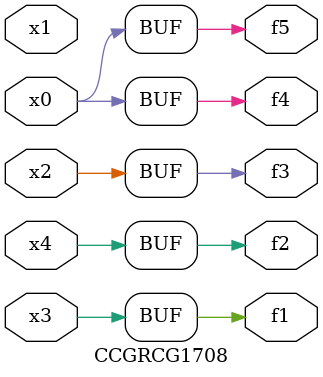
<source format=v>
module CCGRCG1708(
	input x0, x1, x2, x3, x4,
	output f1, f2, f3, f4, f5
);
	assign f1 = x3;
	assign f2 = x4;
	assign f3 = x2;
	assign f4 = x0;
	assign f5 = x0;
endmodule

</source>
